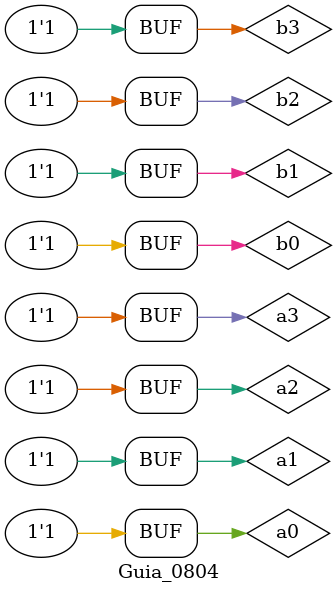
<source format=v>
/* 
Guia_0804.v 
855842 - Mateus Resende Ottoni

iverilog -o Guia_0804.vvp Guia_0804.v
vvp Guia_0804.vvp
*/



// Desigualdade
//----------------------------------------
module inequal (output s,
                   input a, b, c);

// Dados locais
wire w1;

// Processo
xor	XOR  (  w1,   a,   b);
or	OR   (   s,  w1,   c); // Saída


endmodule
//----------------------------------------

// Modulo de desigualdade
//----------------------------------------
module f04 (output s,
            input  a0, b0, a1, b1,
                   a2, b2, a3, b3);

// Dados locais
reg valor0 = 1'b0;
wire res01, res02, res03;

// Processo
inequal IN1 ( res01, a0, b0, valor0);
inequal IN2 ( res02, a1, b1,  res01);
inequal IN3 ( res03, a2, b2,  res02);
inequal IN4 (     s, a3, b3,  res03); // Saída

endmodule
//----------------------------------------




// Modulo principal
module Guia_0804; 

// Definir dados
reg a0, b0, a1, b1, a2, b2, a3, b3;
wire w;

f04    f04_ ( w,
              a0, b0, a1, b1, a2, b2, a3, b3);


 initial
  begin
   a0     = 1'b0;
   b0     = 1'b0;
   a1     = 1'b0;
   b1     = 1'b0;
   a2     = 1'b0;
   b2     = 1'b0;
   a3     = 1'b0;
   b3     = 1'b0;
  end


// Main 
initial 
begin : main 

$display ( "Guia_0804" );

/*	Mostrar valores em tabela				*/
$display ( "" );
$display ( "_________________________________" );
$display ( "||    a |    b || desigualdade ||" );
$display ( "||------|------||--------------||" );
$monitor ( "|| %b%b%b%b | %b%b%b%b ||            %b ||",
              a3, a2, a1, a0,
                         b3, b2, b1, b0,
                                                  w );
/*								*/

/*	Atualizar valores ( a = 00)	*/

#1;  b0 = 1'b1;
#1;  b0 = 1'b0; b1 = 1'b1;
#1;  b0 = 1'b1;
#1;  b0 = 1'b0; b1 = 1'b0; b2 = 1'b1;
#1;  b0 = 1'b1;
#1;  b0 = 1'b0; b1 = 1'b1;
#1;  b0 = 1'b1;
#1;  b0 = 1'b0; b1 = 1'b0; b2 = 1'b0; b3 = 1'b1;
#1;  b0 = 1'b1;
#1;  b0 = 1'b0; b1 = 1'b1;
#1;  b0 = 1'b1;
#1;  b0 = 1'b0; b1 = 1'b0; b2 = 1'b1;
#1;  b0 = 1'b1;
#1;  b0 = 1'b0; b1 = 1'b1;
#1;  b0 = 1'b1;

/*					*/

/*	Atualizar valores ( a = 01)	*/

#1;  a0 = 1'b1;
     b0 = 1'b0; b1 = 1'b0; b2 = 1'b0; b3 = 1'b0;

#1;  b0 = 1'b1;
#1;  b0 = 1'b0; b1 = 1'b1;
#1;  b0 = 1'b1;
#1;  b0 = 1'b0; b1 = 1'b0; b2 = 1'b1;
#1;  b0 = 1'b1;
#1;  b0 = 1'b0; b1 = 1'b1;
#1;  b0 = 1'b1;
#1;  b0 = 1'b0; b1 = 1'b0; b2 = 1'b0; b3 = 1'b1;
#1;  b0 = 1'b1;
#1;  b0 = 1'b0; b1 = 1'b1;
#1;  b0 = 1'b1;
#1;  b0 = 1'b0; b1 = 1'b0; b2 = 1'b1;
#1;  b0 = 1'b1;
#1;  b0 = 1'b0; b1 = 1'b1;
#1;  b0 = 1'b1;

/*					*/

/*	Atualizar valores ( a = 02)	*/

#1;  a0 = 1'b0; a1 = 1'b1;
     b0 = 1'b0; b1 = 1'b0; b2 = 1'b0; b3 = 1'b0;

#1;  b0 = 1'b1;
#1;  b0 = 1'b0; b1 = 1'b1;
#1;  b0 = 1'b1;
#1;  b0 = 1'b0; b1 = 1'b0; b2 = 1'b1;
#1;  b0 = 1'b1;
#1;  b0 = 1'b0; b1 = 1'b1;
#1;  b0 = 1'b1;
#1;  b0 = 1'b0; b1 = 1'b0; b2 = 1'b0; b3 = 1'b1;
#1;  b0 = 1'b1;
#1;  b0 = 1'b0; b1 = 1'b1;
#1;  b0 = 1'b1;
#1;  b0 = 1'b0; b1 = 1'b0; b2 = 1'b1;
#1;  b0 = 1'b1;
#1;  b0 = 1'b0; b1 = 1'b1;
#1;  b0 = 1'b1;

/*					*/

/*	Atualizar valores ( a = 03)	*/

#1;  a0 = 1'b1;
     b0 = 1'b0; b1 = 1'b0; b2 = 1'b0; b3 = 1'b0;

#1;  b0 = 1'b1;
#1;  b0 = 1'b0; b1 = 1'b1;
#1;  b0 = 1'b1;
#1;  b0 = 1'b0; b1 = 1'b0; b2 = 1'b1;
#1;  b0 = 1'b1;
#1;  b0 = 1'b0; b1 = 1'b1;
#1;  b0 = 1'b1;
#1;  b0 = 1'b0; b1 = 1'b0; b2 = 1'b0; b3 = 1'b1;
#1;  b0 = 1'b1;
#1;  b0 = 1'b0; b1 = 1'b1;
#1;  b0 = 1'b1;
#1;  b0 = 1'b0; b1 = 1'b0; b2 = 1'b1;
#1;  b0 = 1'b1;
#1;  b0 = 1'b0; b1 = 1'b1;
#1;  b0 = 1'b1;

/*					*/

/*	Atualizar valores ( a = 04)	*/

#1;  a0 = 1'b0; a1 = 1'b0; a2 = 1'b1;
     b0 = 1'b0; b1 = 1'b0; b2 = 1'b0; b3 = 1'b0;

#1;  b0 = 1'b1;
#1;  b0 = 1'b0; b1 = 1'b1;
#1;  b0 = 1'b1;
#1;  b0 = 1'b0; b1 = 1'b0; b2 = 1'b1;
#1;  b0 = 1'b1;
#1;  b0 = 1'b0; b1 = 1'b1;
#1;  b0 = 1'b1;
#1;  b0 = 1'b0; b1 = 1'b0; b2 = 1'b0; b3 = 1'b1;
#1;  b0 = 1'b1;
#1;  b0 = 1'b0; b1 = 1'b1;
#1;  b0 = 1'b1;
#1;  b0 = 1'b0; b1 = 1'b0; b2 = 1'b1;
#1;  b0 = 1'b1;
#1;  b0 = 1'b0; b1 = 1'b1;
#1;  b0 = 1'b1;

/*					*/

/*	Atualizar valores ( a = 05)	*/

#1;  a0 = 1'b1;
     b0 = 1'b0; b1 = 1'b0; b2 = 1'b0; b3 = 1'b0;

#1;  b0 = 1'b1;
#1;  b0 = 1'b0; b1 = 1'b1;
#1;  b0 = 1'b1;
#1;  b0 = 1'b0; b1 = 1'b0; b2 = 1'b1;
#1;  b0 = 1'b1;
#1;  b0 = 1'b0; b1 = 1'b1;
#1;  b0 = 1'b1;
#1;  b0 = 1'b0; b1 = 1'b0; b2 = 1'b0; b3 = 1'b1;
#1;  b0 = 1'b1;
#1;  b0 = 1'b0; b1 = 1'b1;
#1;  b0 = 1'b1;
#1;  b0 = 1'b0; b1 = 1'b0; b2 = 1'b1;
#1;  b0 = 1'b1;
#1;  b0 = 1'b0; b1 = 1'b1;
#1;  b0 = 1'b1;

/*					*/

/*	Atualizar valores ( a = 06)	*/

#1;  a0 = 1'b0; a1 = 1'b1;
     b0 = 1'b0; b1 = 1'b0; b2 = 1'b0; b3 = 1'b0;

#1;  b0 = 1'b1;
#1;  b0 = 1'b0; b1 = 1'b1;
#1;  b0 = 1'b1;
#1;  b0 = 1'b0; b1 = 1'b0; b2 = 1'b1;
#1;  b0 = 1'b1;
#1;  b0 = 1'b0; b1 = 1'b1;
#1;  b0 = 1'b1;
#1;  b0 = 1'b0; b1 = 1'b0; b2 = 1'b0; b3 = 1'b1;
#1;  b0 = 1'b1;
#1;  b0 = 1'b0; b1 = 1'b1;
#1;  b0 = 1'b1;
#1;  b0 = 1'b0; b1 = 1'b0; b2 = 1'b1;
#1;  b0 = 1'b1;
#1;  b0 = 1'b0; b1 = 1'b1;
#1;  b0 = 1'b1;

/*					*/

/*	Atualizar valores ( a = 07)	*/

#1;  a0 = 1'b1;
     b0 = 1'b0; b1 = 1'b0; b2 = 1'b0; b3 = 1'b0;

#1;  b0 = 1'b1;
#1;  b0 = 1'b0; b1 = 1'b1;
#1;  b0 = 1'b1;
#1;  b0 = 1'b0; b1 = 1'b0; b2 = 1'b1;
#1;  b0 = 1'b1;
#1;  b0 = 1'b0; b1 = 1'b1;
#1;  b0 = 1'b1;
#1;  b0 = 1'b0; b1 = 1'b0; b2 = 1'b0; b3 = 1'b1;
#1;  b0 = 1'b1;
#1;  b0 = 1'b0; b1 = 1'b1;
#1;  b0 = 1'b1;
#1;  b0 = 1'b0; b1 = 1'b0; b2 = 1'b1;
#1;  b0 = 1'b1;
#1;  b0 = 1'b0; b1 = 1'b1;
#1;  b0 = 1'b1;

/*					*/

/*	Atualizar valores ( a = 08)	*/

#1;  a0 = 1'b0; a1 = 1'b0; a2 = 1'b0; a3 = 1'b1;
     b0 = 1'b0; b1 = 1'b0; b2 = 1'b0; b3 = 1'b0;

#1;  b0 = 1'b1;
#1;  b0 = 1'b0; b1 = 1'b1;
#1;  b0 = 1'b1;
#1;  b0 = 1'b0; b1 = 1'b0; b2 = 1'b1;
#1;  b0 = 1'b1;
#1;  b0 = 1'b0; b1 = 1'b1;
#1;  b0 = 1'b1;
#1;  b0 = 1'b0; b1 = 1'b0; b2 = 1'b0; b3 = 1'b1;
#1;  b0 = 1'b1;
#1;  b0 = 1'b0; b1 = 1'b1;
#1;  b0 = 1'b1;
#1;  b0 = 1'b0; b1 = 1'b0; b2 = 1'b1;
#1;  b0 = 1'b1;
#1;  b0 = 1'b0; b1 = 1'b1;
#1;  b0 = 1'b1;

/*					*/

/*	Atualizar valores ( a = 09)	*/

#1;  a0 = 1'b1;
     b0 = 1'b0; b1 = 1'b0; b2 = 1'b0; b3 = 1'b0;

#1;  b0 = 1'b1;
#1;  b0 = 1'b0; b1 = 1'b1;
#1;  b0 = 1'b1;
#1;  b0 = 1'b0; b1 = 1'b0; b2 = 1'b1;
#1;  b0 = 1'b1;
#1;  b0 = 1'b0; b1 = 1'b1;
#1;  b0 = 1'b1;
#1;  b0 = 1'b0; b1 = 1'b0; b2 = 1'b0; b3 = 1'b1;
#1;  b0 = 1'b1;
#1;  b0 = 1'b0; b1 = 1'b1;
#1;  b0 = 1'b1;
#1;  b0 = 1'b0; b1 = 1'b0; b2 = 1'b1;
#1;  b0 = 1'b1;
#1;  b0 = 1'b0; b1 = 1'b1;
#1;  b0 = 1'b1;

/*					*/

/*	Atualizar valores ( a = 10)	*/

#1;  a0 = 1'b0; a1 = 1'b1;
     b0 = 1'b0; b1 = 1'b0; b2 = 1'b0; b3 = 1'b0;

#1;  b0 = 1'b1;
#1;  b0 = 1'b0; b1 = 1'b1;
#1;  b0 = 1'b1;
#1;  b0 = 1'b0; b1 = 1'b0; b2 = 1'b1;
#1;  b0 = 1'b1;
#1;  b0 = 1'b0; b1 = 1'b1;
#1;  b0 = 1'b1;
#1;  b0 = 1'b0; b1 = 1'b0; b2 = 1'b0; b3 = 1'b1;
#1;  b0 = 1'b1;
#1;  b0 = 1'b0; b1 = 1'b1;
#1;  b0 = 1'b1;
#1;  b0 = 1'b0; b1 = 1'b0; b2 = 1'b1;
#1;  b0 = 1'b1;
#1;  b0 = 1'b0; b1 = 1'b1;
#1;  b0 = 1'b1;

/*					*/

/*	Atualizar valores ( a = 11)	*/

#1;  a0 = 1'b1;
     b0 = 1'b0; b1 = 1'b0; b2 = 1'b0; b3 = 1'b0;

#1;  b0 = 1'b1;
#1;  b0 = 1'b0; b1 = 1'b1;
#1;  b0 = 1'b1;
#1;  b0 = 1'b0; b1 = 1'b0; b2 = 1'b1;
#1;  b0 = 1'b1;
#1;  b0 = 1'b0; b1 = 1'b1;
#1;  b0 = 1'b1;
#1;  b0 = 1'b0; b1 = 1'b0; b2 = 1'b0; b3 = 1'b1;
#1;  b0 = 1'b1;
#1;  b0 = 1'b0; b1 = 1'b1;
#1;  b0 = 1'b1;
#1;  b0 = 1'b0; b1 = 1'b0; b2 = 1'b1;
#1;  b0 = 1'b1;
#1;  b0 = 1'b0; b1 = 1'b1;
#1;  b0 = 1'b1;

/*					*/

/*	Atualizar valores ( a = 12)	*/

#1;  a0 = 1'b0; a1 = 1'b0; a2 = 1'b1;
     b0 = 1'b0; b1 = 1'b0; b2 = 1'b0; b3 = 1'b0;

#1;  b0 = 1'b1;
#1;  b0 = 1'b0; b1 = 1'b1;
#1;  b0 = 1'b1;
#1;  b0 = 1'b0; b1 = 1'b0; b2 = 1'b1;
#1;  b0 = 1'b1;
#1;  b0 = 1'b0; b1 = 1'b1;
#1;  b0 = 1'b1;
#1;  b0 = 1'b0; b1 = 1'b0; b2 = 1'b0; b3 = 1'b1;
#1;  b0 = 1'b1;
#1;  b0 = 1'b0; b1 = 1'b1;
#1;  b0 = 1'b1;
#1;  b0 = 1'b0; b1 = 1'b0; b2 = 1'b1;
#1;  b0 = 1'b1;
#1;  b0 = 1'b0; b1 = 1'b1;
#1;  b0 = 1'b1;

/*					*/

/*	Atualizar valores ( a = 13)	*/

#1;  a0 = 1'b1;
     b0 = 1'b0; b1 = 1'b0; b2 = 1'b0; b3 = 1'b0;

#1;  b0 = 1'b1;
#1;  b0 = 1'b0; b1 = 1'b1;
#1;  b0 = 1'b1;
#1;  b0 = 1'b0; b1 = 1'b0; b2 = 1'b1;
#1;  b0 = 1'b1;
#1;  b0 = 1'b0; b1 = 1'b1;
#1;  b0 = 1'b1;
#1;  b0 = 1'b0; b1 = 1'b0; b2 = 1'b0; b3 = 1'b1;
#1;  b0 = 1'b1;
#1;  b0 = 1'b0; b1 = 1'b1;
#1;  b0 = 1'b1;
#1;  b0 = 1'b0; b1 = 1'b0; b2 = 1'b1;
#1;  b0 = 1'b1;
#1;  b0 = 1'b0; b1 = 1'b1;
#1;  b0 = 1'b1;

/*					*/

/*	Atualizar valores ( a = 14)	*/

#1;  a0 = 1'b0; a1 = 1'b1;
     b0 = 1'b0; b1 = 1'b0; b2 = 1'b0; b3 = 1'b0;

#1;  b0 = 1'b1;
#1;  b0 = 1'b0; b1 = 1'b1;
#1;  b0 = 1'b1;
#1;  b0 = 1'b0; b1 = 1'b0; b2 = 1'b1;
#1;  b0 = 1'b1;
#1;  b0 = 1'b0; b1 = 1'b1;
#1;  b0 = 1'b1;
#1;  b0 = 1'b0; b1 = 1'b0; b2 = 1'b0; b3 = 1'b1;
#1;  b0 = 1'b1;
#1;  b0 = 1'b0; b1 = 1'b1;
#1;  b0 = 1'b1;
#1;  b0 = 1'b0; b1 = 1'b0; b2 = 1'b1;
#1;  b0 = 1'b1;
#1;  b0 = 1'b0; b1 = 1'b1;
#1;  b0 = 1'b1;

/*					*/

/*	Atualizar valores ( a = 15)	*/

#1;  a0 = 1'b1;
     b0 = 1'b0; b1 = 1'b0; b2 = 1'b0; b3 = 1'b0;

#1;  b0 = 1'b1;
#1;  b0 = 1'b0; b1 = 1'b1;
#1;  b0 = 1'b1;
#1;  b0 = 1'b0; b1 = 1'b0; b2 = 1'b1;
#1;  b0 = 1'b1;
#1;  b0 = 1'b0; b1 = 1'b1;
#1;  b0 = 1'b1;
#1;  b0 = 1'b0; b1 = 1'b0; b2 = 1'b0; b3 = 1'b1;
#1;  b0 = 1'b1;
#1;  b0 = 1'b0; b1 = 1'b1;
#1;  b0 = 1'b1;
#1;  b0 = 1'b0; b1 = 1'b0; b2 = 1'b1;
#1;  b0 = 1'b1;
#1;  b0 = 1'b0; b1 = 1'b1;
#1;  b0 = 1'b1;

/*					*/



end // main 

endmodule // Guia_0804

/*	Previsão de Testes 		*/
/*


_________________________________
||    a |    b || desigualdade ||
||------|------||--------------||
|| 0000 | 0000 ||            0 ||
|| 0000 | 0001 ||            1 ||
|| 0000 | 0010 ||            1 ||
|| 0000 | 0011 ||            1 ||
|| 0000 | 0100 ||            1 ||
|| 0000 | 0101 ||            1 ||
|| 0000 | 0110 ||            1 ||
|| 0000 | 0111 ||            1 ||
|| 0000 | 1000 ||            1 ||
|| 0000 | 1001 ||            1 ||
|| 0000 | 1010 ||            1 ||
|| 0000 | 1011 ||            1 ||
|| 0000 | 1100 ||            1 ||
|| 0000 | 1101 ||            1 ||
|| 0000 | 1110 ||            1 ||
|| 0000 | 1111 ||            1 ||
|| 0001 | 0000 ||            1 ||
|| 0001 | 0001 ||            0 ||
|| 0001 | 0010 ||            1 ||
|| 0001 | 0011 ||            1 ||
|| 0001 | 0100 ||            1 ||
|| 0001 | 0101 ||            1 ||
|| 0001 | 0110 ||            1 ||
|| 0001 | 0111 ||            1 ||
|| 0001 | 1000 ||            1 ||
|| 0001 | 1001 ||            1 ||
|| 0001 | 1010 ||            1 ||
|| 0001 | 1011 ||            1 ||
|| 0001 | 1100 ||            1 ||
|| 0001 | 1101 ||            1 ||
|| 0001 | 1110 ||            1 ||
|| 0001 | 1111 ||            1 ||
|| 0010 | 0000 ||            1 ||
|| 0010 | 0001 ||            1 ||
|| 0010 | 0010 ||            0 ||
|| 0010 | 0011 ||            1 ||
|| 0010 | 0100 ||            1 ||
|| 0010 | 0101 ||            1 ||
|| 0010 | 0110 ||            1 ||
|| 0010 | 0111 ||            1 ||
|| 0010 | 1000 ||            1 ||
|| 0010 | 1001 ||            1 ||
|| 0010 | 1010 ||            1 ||
|| 0010 | 1011 ||            1 ||
|| 0010 | 1100 ||            1 ||
|| 0010 | 1101 ||            1 ||
|| 0010 | 1110 ||            1 ||
|| 0010 | 1111 ||            1 ||
|| 0011 | 0000 ||            1 ||
|| 0011 | 0001 ||            1 ||
|| 0011 | 0010 ||            1 ||
|| 0011 | 0011 ||            0 ||
|| 0011 | 0100 ||            1 ||
|| 0011 | 0101 ||            1 ||
|| 0011 | 0110 ||            1 ||
|| 0011 | 0111 ||            1 ||
|| 0011 | 1000 ||            1 ||
|| 0011 | 1001 ||            1 ||
|| 0011 | 1010 ||            1 ||
|| 0011 | 1011 ||            1 ||
|| 0011 | 1100 ||            1 ||
|| 0011 | 1101 ||            1 ||
|| 0011 | 1110 ||            1 ||
|| 0011 | 1111 ||            1 ||
|| 0100 | 0000 ||            1 ||
|| 0100 | 0001 ||            1 ||
|| 0100 | 0010 ||            1 ||
|| 0100 | 0011 ||            1 ||
|| 0100 | 0100 ||            0 ||
|| 0100 | 0101 ||            1 ||
|| 0100 | 0110 ||            1 ||
|| 0100 | 0111 ||            1 ||
|| 0100 | 1000 ||            1 ||
|| 0100 | 1001 ||            1 ||
|| 0100 | 1010 ||            1 ||
|| 0100 | 1011 ||            1 ||
|| 0100 | 1100 ||            1 ||
|| 0100 | 1101 ||            1 ||
|| 0100 | 1110 ||            1 ||
|| 0100 | 1111 ||            1 ||
|| 0101 | 0000 ||            1 ||
|| 0101 | 0001 ||            1 ||
|| 0101 | 0010 ||            1 ||
|| 0101 | 0011 ||            1 ||
|| 0101 | 0100 ||            1 ||
|| 0101 | 0101 ||            0 ||
|| 0101 | 0110 ||            1 ||
|| 0101 | 0111 ||            1 ||
|| 0101 | 1000 ||            1 ||
|| 0101 | 1001 ||            1 ||
|| 0101 | 1010 ||            1 ||
|| 0101 | 1011 ||            1 ||
|| 0101 | 1100 ||            1 ||
|| 0101 | 1101 ||            1 ||
|| 0101 | 1110 ||            1 ||
|| 0101 | 1111 ||            1 ||
|| 0110 | 0000 ||            1 ||
|| 0110 | 0001 ||            1 ||
|| 0110 | 0010 ||            1 ||
|| 0110 | 0011 ||            1 ||
|| 0110 | 0100 ||            1 ||
|| 0110 | 0101 ||            1 ||
|| 0110 | 0110 ||            0 ||
|| 0110 | 0111 ||            1 ||
|| 0110 | 1000 ||            1 ||
|| 0110 | 1001 ||            1 ||
|| 0110 | 1010 ||            1 ||
|| 0110 | 1011 ||            1 ||
|| 0110 | 1100 ||            1 ||
|| 0110 | 1101 ||            1 ||
|| 0110 | 1110 ||            1 ||
|| 0110 | 1111 ||            1 ||
|| 0111 | 0000 ||            1 ||
|| 0111 | 0001 ||            1 ||
|| 0111 | 0010 ||            1 ||
|| 0111 | 0011 ||            1 ||
|| 0111 | 0100 ||            1 ||
|| 0111 | 0101 ||            1 ||
|| 0111 | 0110 ||            1 ||
|| 0111 | 0111 ||            0 ||
|| 0111 | 1000 ||            1 ||
|| 0111 | 1001 ||            1 ||
|| 0111 | 1010 ||            1 ||
|| 0111 | 1011 ||            1 ||
|| 0111 | 1100 ||            1 ||
|| 0111 | 1101 ||            1 ||
|| 0111 | 1110 ||            1 ||
|| 0111 | 1111 ||            1 ||
|| 1000 | 0000 ||            1 ||
|| 1000 | 0001 ||            1 ||
|| 1000 | 0010 ||            1 ||
|| 1000 | 0011 ||            1 ||
|| 1000 | 0100 ||            1 ||
|| 1000 | 0101 ||            1 ||
|| 1000 | 0110 ||            1 ||
|| 1000 | 0111 ||            1 ||
|| 1000 | 1000 ||            0 ||
|| 1000 | 1001 ||            1 ||
|| 1000 | 1010 ||            1 ||
|| 1000 | 1011 ||            1 ||
|| 1000 | 1100 ||            1 ||
|| 1000 | 1101 ||            1 ||
|| 1000 | 1110 ||            1 ||
|| 1000 | 1111 ||            1 ||
|| 1001 | 0000 ||            1 ||
|| 1001 | 0001 ||            1 ||
|| 1001 | 0010 ||            1 ||
|| 1001 | 0011 ||            1 ||
|| 1001 | 0100 ||            1 ||
|| 1001 | 0101 ||            1 ||
|| 1001 | 0110 ||            1 ||
|| 1001 | 0111 ||            1 ||
|| 1001 | 1000 ||            1 ||
|| 1001 | 1001 ||            0 ||
|| 1001 | 1010 ||            1 ||
|| 1001 | 1011 ||            1 ||
|| 1001 | 1100 ||            1 ||
|| 1001 | 1101 ||            1 ||
|| 1001 | 1110 ||            1 ||
|| 1001 | 1111 ||            1 ||
|| 1010 | 0000 ||            1 ||
|| 1010 | 0001 ||            1 ||
|| 1010 | 0010 ||            1 ||
|| 1010 | 0011 ||            1 ||
|| 1010 | 0100 ||            1 ||
|| 1010 | 0101 ||            1 ||
|| 1010 | 0110 ||            1 ||
|| 1010 | 0111 ||            1 ||
|| 1010 | 1000 ||            1 ||
|| 1010 | 1001 ||            1 ||
|| 1010 | 1010 ||            0 ||
|| 1010 | 1011 ||            1 ||
|| 1010 | 1100 ||            1 ||
|| 1010 | 1101 ||            1 ||
|| 1010 | 1110 ||            1 ||
|| 1010 | 1111 ||            1 ||
|| 1011 | 0000 ||            1 ||
|| 1011 | 0001 ||            1 ||
|| 1011 | 0010 ||            1 ||
|| 1011 | 0011 ||            1 ||
|| 1011 | 0100 ||            1 ||
|| 1011 | 0101 ||            1 ||
|| 1011 | 0110 ||            1 ||
|| 1011 | 0111 ||            1 ||
|| 1011 | 1000 ||            1 ||
|| 1011 | 1001 ||            1 ||
|| 1011 | 1010 ||            1 ||
|| 1011 | 1011 ||            0 ||
|| 1011 | 1100 ||            1 ||
|| 1011 | 1101 ||            1 ||
|| 1011 | 1110 ||            1 ||
|| 1011 | 1111 ||            1 ||
|| 1100 | 0000 ||            1 ||
|| 1100 | 0001 ||            1 ||
|| 1100 | 0010 ||            1 ||
|| 1100 | 0011 ||            1 ||
|| 1100 | 0100 ||            1 ||
|| 1100 | 0101 ||            1 ||
|| 1100 | 0110 ||            1 ||
|| 1100 | 0111 ||            1 ||
|| 1100 | 1000 ||            1 ||
|| 1100 | 1001 ||            1 ||
|| 1100 | 1010 ||            1 ||
|| 1100 | 1011 ||            1 ||
|| 1100 | 1100 ||            0 ||
|| 1100 | 1101 ||            1 ||
|| 1100 | 1110 ||            1 ||
|| 1100 | 1111 ||            1 ||
|| 1101 | 0000 ||            1 ||
|| 1101 | 0001 ||            1 ||
|| 1101 | 0010 ||            1 ||
|| 1101 | 0011 ||            1 ||
|| 1101 | 0100 ||            1 ||
|| 1101 | 0101 ||            1 ||
|| 1101 | 0110 ||            1 ||
|| 1101 | 0111 ||            1 ||
|| 1101 | 1000 ||            1 ||
|| 1101 | 1001 ||            1 ||
|| 1101 | 1010 ||            1 ||
|| 1101 | 1011 ||            1 ||
|| 1101 | 1100 ||            1 ||
|| 1101 | 1101 ||            0 ||
|| 1101 | 1110 ||            1 ||
|| 1101 | 1111 ||            1 ||
|| 1110 | 0000 ||            1 ||
|| 1110 | 0001 ||            1 ||
|| 1110 | 0010 ||            1 ||
|| 1110 | 0011 ||            1 ||
|| 1110 | 0100 ||            1 ||
|| 1110 | 0101 ||            1 ||
|| 1110 | 0110 ||            1 ||
|| 1110 | 0111 ||            1 ||
|| 1110 | 1000 ||            1 ||
|| 1110 | 1001 ||            1 ||
|| 1110 | 1010 ||            1 ||
|| 1110 | 1011 ||            1 ||
|| 1110 | 1100 ||            1 ||
|| 1110 | 1101 ||            1 ||
|| 1110 | 1110 ||            0 ||
|| 1110 | 1111 ||            1 ||
|| 1111 | 0000 ||            1 ||
|| 1111 | 0001 ||            1 ||
|| 1111 | 0010 ||            1 ||
|| 1111 | 0011 ||            1 ||
|| 1111 | 0100 ||            1 ||
|| 1111 | 0101 ||            1 ||
|| 1111 | 0110 ||            1 ||
|| 1111 | 0111 ||            1 ||
|| 1111 | 1000 ||            1 ||
|| 1111 | 1001 ||            1 ||
|| 1111 | 1010 ||            1 ||
|| 1111 | 1011 ||            1 ||
|| 1111 | 1100 ||            1 ||
|| 1111 | 1101 ||            1 ||
|| 1111 | 1110 ||            1 ||
|| 1111 | 1111 ||            0 ||


*/
/*					*/

</source>
